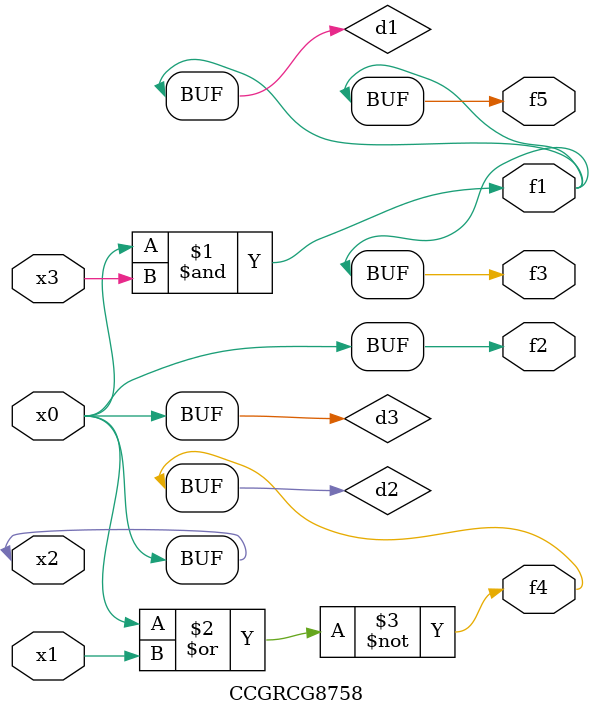
<source format=v>
module CCGRCG8758(
	input x0, x1, x2, x3,
	output f1, f2, f3, f4, f5
);

	wire d1, d2, d3;

	and (d1, x2, x3);
	nor (d2, x0, x1);
	buf (d3, x0, x2);
	assign f1 = d1;
	assign f2 = d3;
	assign f3 = d1;
	assign f4 = d2;
	assign f5 = d1;
endmodule

</source>
